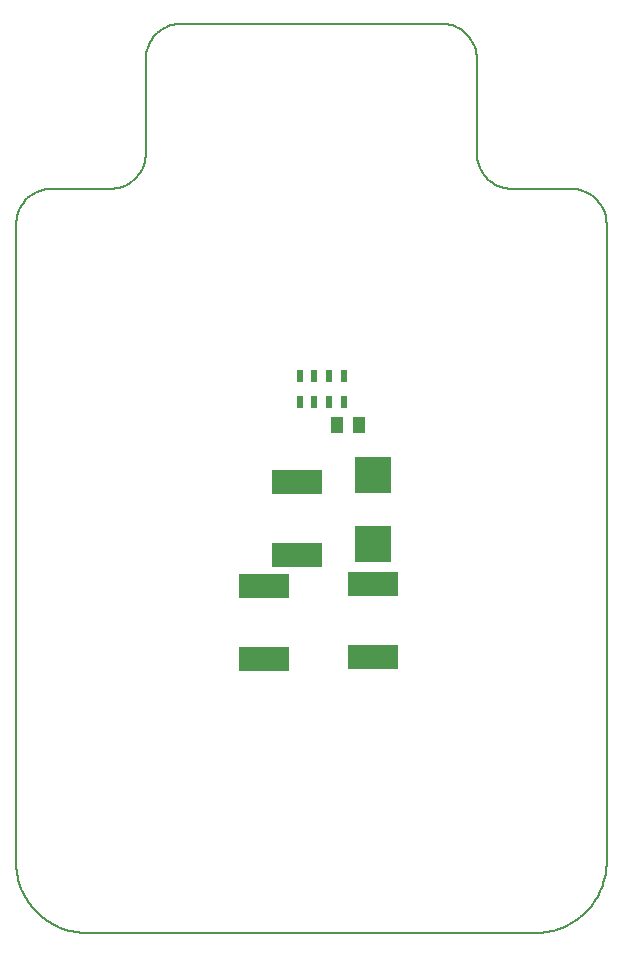
<source format=gbp>
G04*
G04 #@! TF.GenerationSoftware,Altium Limited,Altium Designer,21.9.2 (33)*
G04*
G04 Layer_Color=128*
%FSLAX44Y44*%
%MOMM*%
G71*
G04*
G04 #@! TF.SameCoordinates,AD09EAA5-2441-452A-AD90-05C7A032265F*
G04*
G04*
G04 #@! TF.FilePolarity,Positive*
G04*
G01*
G75*
%ADD18C,0.2032*%
%ADD23R,1.0000X1.4000*%
%ADD33R,4.3000X2.0000*%
%ADD38R,3.1000X3.1000*%
%ADD83R,0.6000X1.1000*%
D18*
X390089Y660060D02*
X390191Y657577D01*
X390499Y655111D01*
X391009Y652679D01*
X391718Y650297D01*
X392621Y647982D01*
X393713Y645749D01*
X394985Y643614D01*
X396429Y641592D01*
X398035Y639695D01*
X399793Y637938D01*
X401689Y636332D01*
X403712Y634888D01*
X405846Y633616D01*
X408079Y632524D01*
X410394Y631621D01*
X412776Y630912D01*
X415209Y630402D01*
X417675Y630094D01*
X420158Y629991D01*
X390089Y739965D02*
X389986Y742447D01*
X389679Y744912D01*
X389169Y747344D01*
X388460Y749725D01*
X387557Y752039D01*
X386466Y754271D01*
X385194Y756405D01*
X383751Y758427D01*
X382145Y760323D01*
X380388Y762080D01*
X378493Y763685D01*
X376471Y765129D01*
X374337Y766401D01*
X372105Y767492D01*
X369790Y768395D01*
X367409Y769104D01*
X364978Y769613D01*
X362513Y769921D01*
X360030Y770023D01*
X439985Y-0D02*
X442533Y54D01*
X445075Y216D01*
X447609Y486D01*
X450129Y863D01*
X452630Y1347D01*
X455109Y1936D01*
X457560Y2630D01*
X459980Y3428D01*
X462364Y4328D01*
X464707Y5328D01*
X467006Y6426D01*
X469256Y7621D01*
X471454Y8911D01*
X473594Y10292D01*
X475674Y11763D01*
X477690Y13322D01*
X479638Y14964D01*
X481515Y16688D01*
X483316Y18489D01*
X485040Y20366D01*
X486682Y22313D01*
X488240Y24329D01*
X489711Y26409D01*
X491093Y28550D01*
X492382Y30747D01*
X493577Y32998D01*
X494676Y35296D01*
X495676Y37640D01*
X496575Y40024D01*
X497373Y42443D01*
X498067Y44895D01*
X498657Y47373D01*
X499141Y49875D01*
X499518Y52395D01*
X499788Y54928D01*
X499950Y57471D01*
X500004Y60018D01*
X500004Y599990D02*
X499901Y602468D01*
X499594Y604928D01*
X499086Y607355D01*
X498378Y609732D01*
X497477Y612042D01*
X496387Y614270D01*
X495118Y616400D01*
X493677Y618418D01*
X492075Y620310D01*
X490321Y622063D01*
X488429Y623666D01*
X486411Y625107D01*
X484280Y626376D01*
X482052Y627465D01*
X479742Y628366D01*
X477366Y629074D01*
X474939Y629583D01*
X472478Y629889D01*
X470000Y629991D01*
X140077Y770023D02*
X137592Y769921D01*
X135125Y769613D01*
X132691Y769103D01*
X130307Y768393D01*
X127991Y767489D01*
X125756Y766397D01*
X123620Y765124D01*
X121596Y763679D01*
X119698Y762072D01*
X117940Y760313D01*
X116333Y758415D01*
X114888Y756391D01*
X113615Y754255D01*
X112522Y752021D01*
X111618Y749704D01*
X110909Y747321D01*
X110398Y744887D01*
X110091Y742419D01*
X109988Y739934D01*
X79970Y629991D02*
X82449Y630094D01*
X84911Y630401D01*
X87339Y630910D01*
X89717Y631618D01*
X92028Y632520D01*
X94257Y633610D01*
X96389Y634879D01*
X98408Y636321D01*
X100301Y637924D01*
X102055Y639679D01*
X103659Y641572D01*
X105100Y643591D01*
X106370Y645723D01*
X107460Y647951D01*
X108362Y650263D01*
X109070Y652640D01*
X109579Y655069D01*
X109886Y657531D01*
X109988Y660009D01*
X0Y59992D02*
X54Y57446D01*
X216Y54904D01*
X486Y52372D01*
X863Y49853D01*
X1347Y47353D01*
X1936Y44875D01*
X2630Y42425D01*
X3427Y40006D01*
X4326Y37624D01*
X5326Y35281D01*
X6424Y32983D01*
X7618Y30734D01*
X8907Y28538D01*
X10288Y26398D01*
X11759Y24319D01*
X13316Y22304D01*
X14958Y20357D01*
X16681Y18481D01*
X18481Y16680D01*
X20357Y14957D01*
X22304Y13316D01*
X24319Y11758D01*
X26398Y10288D01*
X28538Y8907D01*
X30735Y7618D01*
X32984Y6423D01*
X35282Y5325D01*
X37624Y4326D01*
X40007Y3427D01*
X42425Y2629D01*
X44876Y1936D01*
X47353Y1346D01*
X49854Y863D01*
X52372Y486D01*
X54905Y216D01*
X57446Y54D01*
X59992Y-0D01*
X30084Y629991D02*
X27599Y629889D01*
X25132Y629581D01*
X22699Y629071D01*
X20316Y628361D01*
X17999Y627458D01*
X15766Y626366D01*
X13630Y625093D01*
X11606Y623648D01*
X9709Y622041D01*
X7951Y620283D01*
X6344Y618386D01*
X4899Y616362D01*
X3626Y614226D01*
X2534Y611992D01*
X1630Y609676D01*
X921Y607293D01*
X410Y604859D01*
X103Y602392D01*
X0Y599908D01*
X390089Y660061D02*
Y739965D01*
X140077Y770023D02*
X360030D01*
X500004Y60019D02*
Y599988D01*
X420158Y629991D02*
X470000D01*
X109988Y660009D02*
Y739934D01*
X30084Y629991D02*
X79970D01*
X59993Y-0D02*
X439985D01*
X0Y59992D02*
Y599908D01*
D23*
X290533Y430521D02*
D03*
X272033D02*
D03*
D33*
X237475Y320146D02*
D03*
Y382146D02*
D03*
X301837Y233384D02*
D03*
Y295384D02*
D03*
X209650Y293661D02*
D03*
Y231660D02*
D03*
D38*
X302339Y387519D02*
D03*
Y329519D02*
D03*
D83*
X252566Y449306D02*
D03*
X240066D02*
D03*
X277566D02*
D03*
X265066D02*
D03*
X240066Y471306D02*
D03*
X277566D02*
D03*
X252566D02*
D03*
X265066D02*
D03*
M02*

</source>
